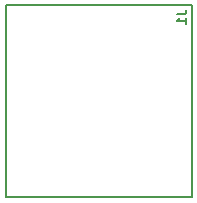
<source format=gbr>
G04 #@! TF.FileFunction,Legend,Bot*
%FSLAX46Y46*%
G04 Gerber Fmt 4.6, Leading zero omitted, Abs format (unit mm)*
G04 Created by KiCad (PCBNEW 4.0.7) date 01/10/18 16:33:28*
%MOMM*%
%LPD*%
G01*
G04 APERTURE LIST*
%ADD10C,0.150000*%
%ADD11C,0.149860*%
G04 APERTURE END LIST*
D10*
D11*
X25962000Y-42166000D02*
X41712000Y-42166000D01*
X41712000Y-42166000D02*
X41712000Y-25906000D01*
X41712000Y-25906000D02*
X25962000Y-25906000D01*
X25962000Y-25906000D02*
X25962000Y-42166000D01*
D10*
X40455905Y-26657334D02*
X41027333Y-26657334D01*
X41141619Y-26619238D01*
X41217810Y-26543048D01*
X41255905Y-26428762D01*
X41255905Y-26352572D01*
X41255905Y-27457334D02*
X41255905Y-27000191D01*
X41255905Y-27228762D02*
X40455905Y-27228762D01*
X40570190Y-27152572D01*
X40646381Y-27076381D01*
X40684476Y-27000191D01*
M02*

</source>
